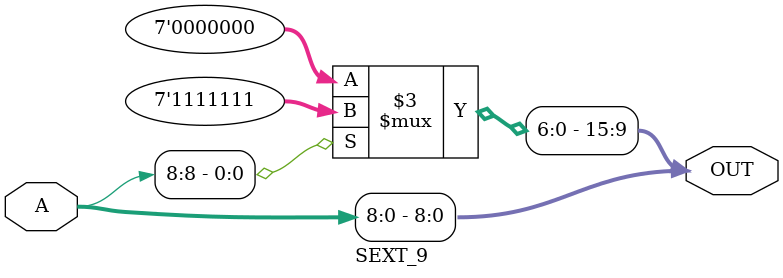
<source format=sv>

module SEXT_9( input logic [8:0] A, 
                output logic [15:0] OUT
              );

/* COMBINATIONAL LOGIC INSIDE MODULE */
    always_comb 
    begin
			OUT[8:0] = A;
            if (A[8])  //SIGN EXTEND 1
                OUT[15:9] = ({7 {1'b1} });
            else        //SIGN EXTEND 0
                OUT[15:9] = ({7 {1'b0} });
    end 
endmodule  //SEXT_9


</source>
